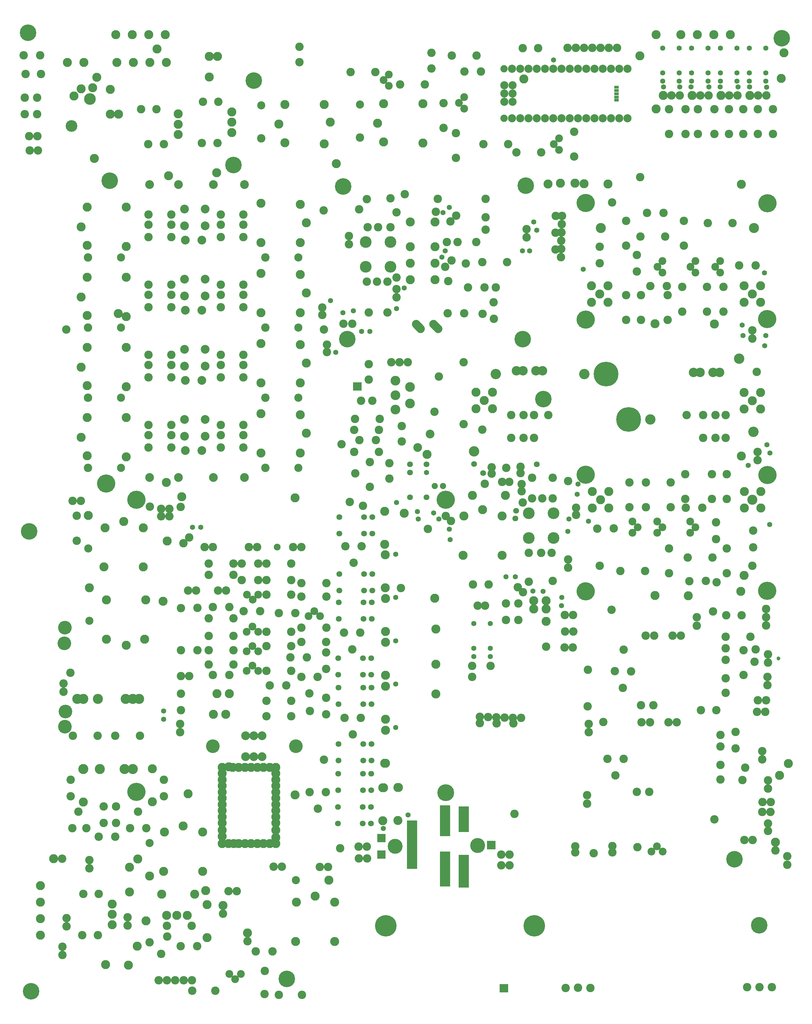
<source format=gbr>
%FSLAX34Y34*%
%MOMM*%
%LNSOLDERMASK_BOTTOM*%
G71*
G01*
%ADD10C,2.600*%
%ADD11C,2.400*%
%ADD12C,2.800*%
%ADD13C,2.600*%
%ADD14C,5.100*%
%ADD15C,1.600*%
%ADD16C,3.100*%
%ADD17C,7.600*%
%ADD18C,3.200*%
%ADD19C,2.900*%
%ADD20C,2.600*%
%ADD21C,2.600*%
%ADD22C,2.400*%
%ADD23C,2.600*%
%ADD24C,3.600*%
%ADD25C,2.800*%
%ADD26C,3.000*%
%ADD27C,1.800*%
%ADD28C,1.600*%
%ADD29C,2.700*%
%ADD30C,2.700*%
%ADD31C,2.500*%
%ADD32C,2.800*%
%ADD33C,4.200*%
%ADD34C,2.700*%
%ADD35C,2.800*%
%ADD36C,2.100*%
%ADD37C,1.600*%
%ADD38C,6.600*%
%ADD39C,4.200*%
%ADD40C,4.600*%
%ADD41C,5.600*%
%ADD42C,1.900*%
%ADD43R,1.470X0.835*%
%ADD44C,2.500*%
%ADD45C,2.250*%
%ADD46C,5.200*%
%ADD47C,1.200*%
%LPD*%
X1238195Y1903521D02*
G54D10*
D03*
X1238245Y1979771D02*
G54D10*
D03*
X1157201Y1900121D02*
G54D10*
D03*
X1157314Y1849140D02*
G54D10*
D03*
X1271501Y1874721D02*
G54D10*
D03*
X1271613Y1823740D02*
G54D10*
D03*
X1238211Y1674921D02*
G54D10*
D03*
X1238261Y1751171D02*
G54D10*
D03*
X1358932Y1931535D02*
G54D10*
D03*
X1282682Y1931585D02*
G54D10*
D03*
X1283891Y1751171D02*
G54D10*
D03*
X1283841Y1674921D02*
G54D10*
D03*
X1415994Y1903520D02*
G54D10*
D03*
X1416044Y1979770D02*
G54D10*
D03*
X1313326Y1779005D02*
G54D10*
D03*
X1410891Y1776571D02*
G54D10*
D03*
X1410841Y1700321D02*
G54D10*
D03*
X1487090Y1776571D02*
G54D10*
D03*
X1487040Y1700321D02*
G54D10*
D03*
X1537890Y1776571D02*
G54D10*
D03*
X1537840Y1700321D02*
G54D10*
D03*
X1637362Y1842616D02*
G54D10*
D03*
X1586382Y1842503D02*
G54D10*
D03*
X1565908Y1973339D02*
G54D10*
D03*
X1489658Y1973389D02*
G54D10*
D03*
X1350566Y1855946D02*
G54D11*
D03*
X1334666Y1838371D02*
G54D11*
D03*
X1350600Y1820755D02*
G54D11*
D03*
X1452166Y1855946D02*
G54D11*
D03*
X1436266Y1838371D02*
G54D11*
D03*
X1452200Y1820755D02*
G54D11*
D03*
X1528366Y1855946D02*
G54D11*
D03*
X1512466Y1838371D02*
G54D11*
D03*
X1528400Y1820755D02*
G54D11*
D03*
X1131466Y1779846D02*
G54D12*
D03*
X1182266Y1779846D02*
G54D12*
D03*
X1156866Y1754446D02*
G54D12*
D03*
X1182266Y1729046D02*
G54D12*
D03*
X1131466Y1729046D02*
G54D12*
D03*
X1601366Y1779846D02*
G54D12*
D03*
X1652166Y1779846D02*
G54D12*
D03*
X1626766Y1754446D02*
G54D12*
D03*
X1652166Y1729046D02*
G54D12*
D03*
X1601366Y1729046D02*
G54D12*
D03*
X1302892Y2004155D02*
G54D10*
D03*
X1353872Y2004268D02*
G54D10*
D03*
X1238211Y1674921D02*
G54D13*
D03*
X1283841Y1674921D02*
G54D13*
D03*
X1410841Y1700321D02*
G54D13*
D03*
X1487040Y1700321D02*
G54D13*
D03*
X1238211Y1674921D02*
G54D13*
D03*
X1113790Y2034540D02*
G54D14*
D03*
X1364126Y1779005D02*
G54D10*
D03*
X1366441Y1751171D02*
G54D10*
D03*
X1366391Y1674921D02*
G54D10*
D03*
X1195441Y2036321D02*
G54D10*
D03*
X1106666Y1830546D02*
G54D15*
D03*
X1283841Y1674921D02*
G54D13*
D03*
X1366391Y1674921D02*
G54D13*
D03*
X1410841Y1700321D02*
G54D13*
D03*
X1487040Y1700321D02*
G54D13*
D03*
X1673622Y2033746D02*
G54D14*
D03*
X1113790Y1675764D02*
G54D14*
D03*
X1672986Y1677352D02*
G54D14*
D03*
X1163816Y1957546D02*
G54D15*
D03*
X1160640Y1957546D02*
G54D16*
D03*
X1632365Y1957546D02*
G54D16*
D03*
X1246416Y1368305D02*
G54D17*
D03*
X1176566Y1508006D02*
G54D17*
D03*
X1109891Y1508005D02*
G54D18*
D03*
X1313091Y1368305D02*
G54D18*
D03*
X901016Y1518105D02*
G54D19*
D03*
X981016Y1518105D02*
G54D20*
D03*
X1446016Y1513105D02*
G54D20*
D03*
X1526016Y1513105D02*
G54D20*
D03*
X981016Y1518105D02*
G54D19*
D03*
X1446016Y1513105D02*
G54D19*
D03*
X1526016Y1513105D02*
G54D12*
D03*
X921016Y1518105D02*
G54D19*
D03*
X961016Y1518105D02*
G54D19*
D03*
X1466016Y1513106D02*
G54D19*
D03*
X1506016Y1513105D02*
G54D19*
D03*
X776591Y1401775D02*
G54D12*
D03*
X776591Y1452575D02*
G54D12*
D03*
X801991Y1427175D02*
G54D12*
D03*
X827391Y1452576D02*
G54D12*
D03*
X827391Y1401775D02*
G54D12*
D03*
X776591Y1400505D02*
G54D21*
D03*
X827391Y1400505D02*
G54D13*
D03*
X1602091Y1400505D02*
G54D12*
D03*
X1602091Y1451305D02*
G54D12*
D03*
X1627491Y1425905D02*
G54D12*
D03*
X1652891Y1451305D02*
G54D12*
D03*
X1652891Y1400505D02*
G54D12*
D03*
X1602091Y1400505D02*
G54D21*
D03*
X1652891Y1400505D02*
G54D13*
D03*
X1475548Y1311868D02*
G54D10*
D03*
X1475548Y1381718D02*
G54D10*
D03*
X1545398Y1311868D02*
G54D10*
D03*
X1545398Y1381718D02*
G54D10*
D03*
X1513648Y1381718D02*
G54D10*
D03*
X1513648Y1311868D02*
G54D10*
D03*
X1545399Y1311868D02*
G54D13*
D03*
X1545399Y1381718D02*
G54D13*
D03*
X884998Y1311868D02*
G54D10*
D03*
X884998Y1381718D02*
G54D10*
D03*
X954848Y1311868D02*
G54D10*
D03*
X954848Y1381718D02*
G54D10*
D03*
X923098Y1381718D02*
G54D10*
D03*
X923098Y1311868D02*
G54D10*
D03*
X954849Y1311868D02*
G54D13*
D03*
X954849Y1381718D02*
G54D13*
D03*
X1526016Y1513105D02*
G54D19*
D03*
X999299Y1381718D02*
G54D21*
D03*
X1424749Y1381718D02*
G54D21*
D03*
X1640291Y1514830D02*
G54D21*
D03*
X795741Y1337030D02*
G54D21*
D03*
X776591Y1451305D02*
G54D13*
D03*
X827391Y1451306D02*
G54D13*
D03*
X1602091Y1451305D02*
G54D13*
D03*
X1652891Y1451305D02*
G54D13*
D03*
X1652891Y1400505D02*
G54D13*
D03*
X1113790Y1197927D02*
G54D14*
D03*
X1673622Y1197134D02*
G54D14*
D03*
X1113790Y839152D02*
G54D14*
D03*
X1672986Y840740D02*
G54D14*
D03*
X1627365Y1120934D02*
G54D16*
D03*
X512966Y1838006D02*
G54D22*
D03*
X512966Y1914206D02*
G54D22*
D03*
X436766Y1838006D02*
G54D22*
D03*
X512966Y1838006D02*
G54D22*
D03*
X436766Y1914206D02*
G54D22*
D03*
X436766Y1838006D02*
G54D22*
D03*
X512966Y1914206D02*
G54D22*
D03*
X436766Y1914206D02*
G54D22*
D03*
X512878Y2049229D02*
G54D10*
D03*
X512878Y1960329D02*
G54D10*
D03*
X474778Y1960329D02*
G54D10*
D03*
X443028Y1960329D02*
G54D10*
D03*
X503234Y1697439D02*
G54D10*
D03*
X439735Y1792689D02*
G54D10*
D03*
X471484Y1792689D02*
G54D10*
D03*
X503234Y1792689D02*
G54D10*
D03*
X531717Y1804978D02*
G54D10*
D03*
X439734Y2046689D02*
G54D10*
D03*
X557328Y2061929D02*
G54D10*
D03*
X719756Y1914240D02*
G54D10*
D03*
X776906Y1914240D02*
G54D10*
D03*
X805606Y1990440D02*
G54D10*
D03*
X805606Y2047590D02*
G54D10*
D03*
X744556Y1848616D02*
G54D10*
D03*
X690604Y1794734D02*
G54D10*
D03*
X744556Y1848616D02*
G54D13*
D03*
X872332Y1852668D02*
G54D10*
D03*
X796082Y1852718D02*
G54D10*
D03*
X872332Y1852668D02*
G54D13*
D03*
X751506Y1774540D02*
G54D10*
D03*
X802306Y1774540D02*
G54D10*
D03*
X802306Y1774540D02*
G54D10*
D03*
X830913Y1678434D02*
G54D10*
D03*
X830801Y1729414D02*
G54D10*
D03*
X830913Y1678434D02*
G54D10*
D03*
X805606Y1952340D02*
G54D10*
D03*
X837356Y1774540D02*
G54D10*
D03*
X686736Y1914240D02*
G54D10*
D03*
X697656Y1977740D02*
G54D10*
D03*
X573960Y1976244D02*
G54D12*
D03*
X650160Y1976244D02*
G54D12*
D03*
X573960Y1900044D02*
G54D12*
D03*
X573960Y1849244D02*
G54D12*
D03*
X573960Y1798444D02*
G54D12*
D03*
X650160Y1900044D02*
G54D12*
D03*
X650160Y1849244D02*
G54D12*
D03*
X650160Y1798444D02*
G54D12*
D03*
X650160Y1976244D02*
G54D10*
D03*
X796411Y1693441D02*
G54D10*
D03*
X740191Y1695686D02*
G54D10*
D03*
X740191Y1695686D02*
G54D10*
D03*
X689391Y1695686D02*
G54D10*
D03*
G54D23*
X659575Y1647964D02*
X645433Y1662106D01*
G54D23*
X605600Y1647964D02*
X591458Y1662106D01*
X385366Y1932940D02*
G54D21*
D03*
X385366Y1907540D02*
G54D21*
D03*
X658416Y2047240D02*
G54D21*
D03*
X436766Y1914206D02*
G54D24*
D03*
X436766Y1838006D02*
G54D24*
D03*
X512966Y1838006D02*
G54D24*
D03*
X512966Y1914206D02*
G54D24*
D03*
X939044Y1079804D02*
G54D22*
D03*
X939044Y1003604D02*
G54D22*
D03*
X1015244Y1079804D02*
G54D22*
D03*
X939044Y1079804D02*
G54D22*
D03*
X1015244Y1003604D02*
G54D22*
D03*
X1015244Y1079804D02*
G54D22*
D03*
X939044Y1003604D02*
G54D22*
D03*
X1015244Y1003604D02*
G54D22*
D03*
X939132Y868581D02*
G54D10*
D03*
X939132Y957481D02*
G54D10*
D03*
X977232Y957481D02*
G54D10*
D03*
X1008982Y957481D02*
G54D10*
D03*
X1012276Y1188621D02*
G54D10*
D03*
X948776Y1188621D02*
G54D10*
D03*
X1012275Y1125121D02*
G54D10*
D03*
X980526Y1125121D02*
G54D10*
D03*
X948776Y1125121D02*
G54D10*
D03*
X920293Y1112832D02*
G54D10*
D03*
X1012276Y871121D02*
G54D10*
D03*
X1060294Y911845D02*
G54D21*
D03*
X1060294Y937245D02*
G54D21*
D03*
X1060294Y1178545D02*
G54D21*
D03*
X1015244Y1003604D02*
G54D24*
D03*
X1015244Y1079804D02*
G54D24*
D03*
X939044Y1079804D02*
G54D24*
D03*
X939044Y1003604D02*
G54D24*
D03*
X736036Y950223D02*
G54D12*
D03*
X739210Y1070873D02*
G54D12*
D03*
X856686Y950223D02*
G54D12*
D03*
X856686Y1070873D02*
G54D12*
D03*
X796361Y1090336D02*
G54D12*
D03*
X739210Y1070873D02*
G54D25*
D03*
X765057Y1134454D02*
G54D12*
D03*
X866657Y1134454D02*
G54D12*
D03*
X953957Y810314D02*
G54D12*
D03*
X953957Y784914D02*
G54D12*
D03*
X992057Y784914D02*
G54D12*
D03*
X992057Y746814D02*
G54D12*
D03*
X906552Y802308D02*
G54D10*
D03*
X906665Y751328D02*
G54D10*
D03*
X906552Y802308D02*
G54D10*
D03*
X906664Y751327D02*
G54D10*
D03*
X868452Y802308D02*
G54D10*
D03*
X868564Y751328D02*
G54D10*
D03*
X868452Y802308D02*
G54D10*
D03*
X868564Y751327D02*
G54D10*
D03*
X992057Y810314D02*
G54D12*
D03*
X803024Y1170264D02*
G54D10*
D03*
X765057Y1134454D02*
G54D12*
D03*
X573015Y1468753D02*
G54D26*
D03*
X573015Y1417953D02*
G54D26*
D03*
X528565Y1443354D02*
G54D26*
D03*
X528565Y1398903D02*
G54D26*
D03*
X528565Y1487803D02*
G54D26*
D03*
X541265Y1544953D02*
G54D10*
D03*
X515865Y1544953D02*
G54D10*
D03*
X566665Y1544953D02*
G54D10*
D03*
X480180Y1370328D02*
G54D10*
D03*
X403930Y1370378D02*
G54D10*
D03*
X401238Y1336068D02*
G54D10*
D03*
X477488Y1336018D02*
G54D10*
D03*
X417172Y1304592D02*
G54D10*
D03*
X468152Y1304704D02*
G54D10*
D03*
X446015Y1538691D02*
G54D10*
D03*
X446015Y1490891D02*
G54D10*
D03*
X449625Y1237066D02*
G54D10*
D03*
X449575Y1160816D02*
G54D10*
D03*
X509515Y1186004D02*
G54D10*
D03*
X509515Y1233803D02*
G54D10*
D03*
X422071Y1425847D02*
G54D10*
D03*
X457171Y1425848D02*
G54D10*
D03*
X547615Y1300303D02*
G54D10*
D03*
X547615Y1348104D02*
G54D10*
D03*
X401293Y1268421D02*
G54D10*
D03*
X477543Y1268371D02*
G54D10*
D03*
X648490Y1391998D02*
G54D10*
D03*
X401238Y1336068D02*
G54D10*
D03*
X401293Y1268422D02*
G54D10*
D03*
X509515Y1186004D02*
G54D10*
D03*
X449575Y1160816D02*
G54D10*
D03*
G36*
X423965Y1483023D02*
X423965Y1457023D01*
X397965Y1457023D01*
X397965Y1483023D01*
X423965Y1483023D01*
G37*
X623815Y1230542D02*
G54D27*
D03*
X623815Y1205142D02*
G54D28*
D03*
X573015Y1230541D02*
G54D28*
D03*
X573015Y1205141D02*
G54D27*
D03*
X623815Y1128941D02*
G54D28*
D03*
X573015Y1128941D02*
G54D28*
D03*
X625847Y1261307D02*
G54D12*
D03*
X628011Y1031333D02*
G54D21*
D03*
X573015Y1230541D02*
G54D27*
D03*
X623815Y1128941D02*
G54D27*
D03*
X573015Y1128941D02*
G54D27*
D03*
X1673566Y550483D02*
G54D10*
D03*
X1673566Y575983D02*
G54D10*
D03*
X-161976Y1281854D02*
G54D10*
D03*
X-231826Y1281854D02*
G54D10*
D03*
X-161976Y1351704D02*
G54D10*
D03*
X-231826Y1351704D02*
G54D10*
D03*
X-231826Y1319954D02*
G54D10*
D03*
X-161976Y1319954D02*
G54D10*
D03*
X-118568Y1273083D02*
G54D29*
D03*
X-67586Y1273195D02*
G54D29*
D03*
X60274Y1281854D02*
G54D10*
D03*
X-9576Y1281854D02*
G54D10*
D03*
X60274Y1351704D02*
G54D10*
D03*
X-9576Y1351704D02*
G54D10*
D03*
X-9576Y1319954D02*
G54D10*
D03*
X60274Y1319954D02*
G54D10*
D03*
X-57503Y1317181D02*
G54D10*
D03*
X-57616Y1368161D02*
G54D10*
D03*
X-121003Y1317181D02*
G54D10*
D03*
X-121116Y1368161D02*
G54D10*
D03*
X60274Y1351704D02*
G54D13*
D03*
X-9576Y1351704D02*
G54D13*
D03*
X-57616Y1368162D02*
G54D30*
D03*
X-121116Y1368162D02*
G54D13*
D03*
X-161976Y1351704D02*
G54D13*
D03*
X-231826Y1351704D02*
G54D13*
D03*
X-121003Y1317181D02*
G54D29*
D03*
X-121116Y1368161D02*
G54D29*
D03*
X-57616Y1368161D02*
G54D29*
D03*
X-57503Y1317181D02*
G54D29*
D03*
X114487Y1386146D02*
G54D12*
D03*
X235137Y1382972D02*
G54D12*
D03*
X114487Y1265496D02*
G54D12*
D03*
X235137Y1265496D02*
G54D12*
D03*
X253950Y1325821D02*
G54D12*
D03*
X127994Y1219216D02*
G54D31*
D03*
X229594Y1219217D02*
G54D31*
D03*
X235137Y1382972D02*
G54D12*
D03*
X-300508Y1253408D02*
G54D12*
D03*
X-421158Y1256582D02*
G54D12*
D03*
X-300508Y1374058D02*
G54D12*
D03*
X-421158Y1374058D02*
G54D12*
D03*
X-439970Y1313733D02*
G54D12*
D03*
X-421157Y1256582D02*
G54D12*
D03*
X-421158Y1374058D02*
G54D12*
D03*
X-418106Y1219216D02*
G54D31*
D03*
X-316506Y1219217D02*
G54D31*
D03*
X127994Y1219216D02*
G54D10*
D03*
X-418106Y1219216D02*
G54D10*
D03*
X-161976Y1497754D02*
G54D10*
D03*
X-231826Y1497754D02*
G54D10*
D03*
X-161976Y1567604D02*
G54D10*
D03*
X-231826Y1567604D02*
G54D10*
D03*
X-231826Y1535854D02*
G54D10*
D03*
X-161976Y1535854D02*
G54D10*
D03*
X-118568Y1488983D02*
G54D29*
D03*
X-67586Y1489095D02*
G54D29*
D03*
X60274Y1497754D02*
G54D10*
D03*
X-9576Y1497754D02*
G54D10*
D03*
X60274Y1567604D02*
G54D10*
D03*
X-9576Y1567604D02*
G54D10*
D03*
X-9576Y1535854D02*
G54D10*
D03*
X60274Y1535854D02*
G54D10*
D03*
X-57503Y1533081D02*
G54D10*
D03*
X-57616Y1584062D02*
G54D10*
D03*
X-121003Y1533081D02*
G54D10*
D03*
X-121116Y1584061D02*
G54D10*
D03*
X60274Y1567604D02*
G54D13*
D03*
X-9576Y1567604D02*
G54D13*
D03*
X-57616Y1584062D02*
G54D30*
D03*
X-121116Y1584062D02*
G54D13*
D03*
X-161976Y1567604D02*
G54D13*
D03*
X-231826Y1567604D02*
G54D13*
D03*
X-121003Y1533081D02*
G54D29*
D03*
X-121116Y1584061D02*
G54D29*
D03*
X-57616Y1584062D02*
G54D29*
D03*
X-57503Y1533081D02*
G54D29*
D03*
X114487Y1602046D02*
G54D12*
D03*
X235137Y1598872D02*
G54D12*
D03*
X114487Y1481396D02*
G54D12*
D03*
X235137Y1481396D02*
G54D12*
D03*
X253950Y1541721D02*
G54D12*
D03*
X127994Y1435116D02*
G54D31*
D03*
X229594Y1435117D02*
G54D31*
D03*
X235137Y1598872D02*
G54D12*
D03*
X-300508Y1469308D02*
G54D12*
D03*
X-421158Y1472482D02*
G54D12*
D03*
X-300508Y1589958D02*
G54D12*
D03*
X-421158Y1589958D02*
G54D12*
D03*
X-439970Y1529633D02*
G54D12*
D03*
X-421157Y1472481D02*
G54D12*
D03*
X-421158Y1589958D02*
G54D12*
D03*
X-418106Y1435116D02*
G54D31*
D03*
X-316506Y1435117D02*
G54D31*
D03*
X127994Y1435116D02*
G54D10*
D03*
X-418106Y1435116D02*
G54D10*
D03*
X-161976Y1713654D02*
G54D10*
D03*
X-231826Y1713654D02*
G54D10*
D03*
X-161976Y1783504D02*
G54D10*
D03*
X-231826Y1783504D02*
G54D10*
D03*
X-231826Y1751754D02*
G54D10*
D03*
X-161976Y1751754D02*
G54D10*
D03*
X-118568Y1704883D02*
G54D29*
D03*
X-67586Y1704995D02*
G54D29*
D03*
X60274Y1713654D02*
G54D10*
D03*
X-9576Y1713654D02*
G54D10*
D03*
X60274Y1783504D02*
G54D10*
D03*
X-9576Y1783504D02*
G54D10*
D03*
X-9576Y1751754D02*
G54D10*
D03*
X60274Y1751754D02*
G54D10*
D03*
X-57503Y1748981D02*
G54D10*
D03*
X-57616Y1799962D02*
G54D10*
D03*
X-121003Y1748981D02*
G54D10*
D03*
X-121116Y1799962D02*
G54D10*
D03*
X60274Y1783504D02*
G54D13*
D03*
X-9576Y1783504D02*
G54D13*
D03*
X-57616Y1799962D02*
G54D30*
D03*
X-121116Y1799962D02*
G54D13*
D03*
X-161976Y1783504D02*
G54D13*
D03*
X-231826Y1783504D02*
G54D13*
D03*
X-121003Y1748981D02*
G54D29*
D03*
X-121116Y1799962D02*
G54D29*
D03*
X-57616Y1799962D02*
G54D29*
D03*
X-57503Y1748981D02*
G54D29*
D03*
X114487Y1817946D02*
G54D12*
D03*
X235137Y1814772D02*
G54D12*
D03*
X114487Y1697296D02*
G54D12*
D03*
X235137Y1697296D02*
G54D12*
D03*
X253950Y1757621D02*
G54D12*
D03*
X127994Y1651016D02*
G54D31*
D03*
X229594Y1651016D02*
G54D31*
D03*
X235137Y1814772D02*
G54D12*
D03*
X-300508Y1685208D02*
G54D12*
D03*
X-421158Y1688382D02*
G54D12*
D03*
X-300508Y1805858D02*
G54D12*
D03*
X-421158Y1805858D02*
G54D12*
D03*
X-439970Y1745533D02*
G54D12*
D03*
X-421157Y1688382D02*
G54D12*
D03*
X-421158Y1805858D02*
G54D12*
D03*
X-418106Y1651016D02*
G54D31*
D03*
X-316506Y1651016D02*
G54D31*
D03*
X127994Y1651016D02*
G54D10*
D03*
X-418106Y1651016D02*
G54D10*
D03*
X-161976Y1929554D02*
G54D10*
D03*
X-231826Y1929554D02*
G54D10*
D03*
X-161976Y1999404D02*
G54D10*
D03*
X-231826Y1999404D02*
G54D10*
D03*
X-231826Y1967654D02*
G54D10*
D03*
X-161976Y1967654D02*
G54D10*
D03*
X-118568Y1920783D02*
G54D29*
D03*
X-67586Y1920895D02*
G54D29*
D03*
X60274Y1929554D02*
G54D10*
D03*
X-9576Y1929554D02*
G54D10*
D03*
X60274Y1999404D02*
G54D10*
D03*
X-9576Y1999404D02*
G54D10*
D03*
X-9576Y1967654D02*
G54D10*
D03*
X60274Y1967654D02*
G54D10*
D03*
X-57503Y1964881D02*
G54D10*
D03*
X-57616Y2015862D02*
G54D10*
D03*
X-121003Y1964881D02*
G54D10*
D03*
X-121116Y2015861D02*
G54D10*
D03*
X60274Y1999404D02*
G54D13*
D03*
X-9576Y1999404D02*
G54D13*
D03*
X-57616Y2015862D02*
G54D30*
D03*
X-121116Y2015862D02*
G54D13*
D03*
X-161976Y1999404D02*
G54D13*
D03*
X-231826Y1999404D02*
G54D13*
D03*
X-121003Y1964881D02*
G54D29*
D03*
X-121116Y2015861D02*
G54D29*
D03*
X-57616Y2015861D02*
G54D29*
D03*
X-57503Y1964881D02*
G54D29*
D03*
X114487Y2033846D02*
G54D12*
D03*
X235137Y2030672D02*
G54D12*
D03*
X114487Y1913196D02*
G54D12*
D03*
X235137Y1913196D02*
G54D12*
D03*
X253950Y1973521D02*
G54D12*
D03*
X127994Y1866916D02*
G54D31*
D03*
X229594Y1866916D02*
G54D31*
D03*
X235137Y2030672D02*
G54D12*
D03*
X-300508Y1901108D02*
G54D12*
D03*
X-421158Y1904282D02*
G54D12*
D03*
X-300508Y2021758D02*
G54D12*
D03*
X-421158Y2021758D02*
G54D12*
D03*
X-439970Y1961433D02*
G54D12*
D03*
X-421157Y1904282D02*
G54D12*
D03*
X-421158Y2021758D02*
G54D12*
D03*
X-418106Y1866916D02*
G54D31*
D03*
X-316506Y1866916D02*
G54D31*
D03*
X127994Y1866916D02*
G54D10*
D03*
X-418106Y1866916D02*
G54D10*
D03*
X63148Y1190181D02*
G54D29*
D03*
X63148Y1190181D02*
G54D29*
D03*
X-32102Y1190181D02*
G54D29*
D03*
X-32102Y1190181D02*
G54D29*
D03*
X-140052Y1190181D02*
G54D29*
D03*
X-140052Y1190181D02*
G54D29*
D03*
X-228952Y1190181D02*
G54D29*
D03*
X-228952Y1190181D02*
G54D29*
D03*
X63148Y2091881D02*
G54D29*
D03*
X63148Y2091881D02*
G54D29*
D03*
X-32102Y2091881D02*
G54D29*
D03*
X-32102Y2091881D02*
G54D29*
D03*
X-140052Y2091881D02*
G54D29*
D03*
X-140052Y2091881D02*
G54D29*
D03*
X-228952Y2091881D02*
G54D29*
D03*
X-228952Y2091881D02*
G54D29*
D03*
X-485588Y1645351D02*
G54D21*
D03*
X308162Y1645351D02*
G54D21*
D03*
X920114Y1615440D02*
G54D14*
D03*
X929640Y2088514D02*
G54D14*
D03*
X929639Y2088515D02*
G54D14*
D03*
X380364Y1615440D02*
G54D14*
D03*
X367664Y2085340D02*
G54D14*
D03*
X-240689Y812665D02*
G54D12*
D03*
X-243863Y692015D02*
G54D12*
D03*
X-361338Y812665D02*
G54D12*
D03*
X-361338Y692015D02*
G54D12*
D03*
X-301014Y673202D02*
G54D12*
D03*
X-368888Y914534D02*
G54D12*
D03*
X-365714Y1035184D02*
G54D12*
D03*
X-248238Y914534D02*
G54D12*
D03*
X-248239Y1035184D02*
G54D12*
D03*
X-308564Y1054472D02*
G54D12*
D03*
X-413968Y849958D02*
G54D31*
D03*
X-413968Y748358D02*
G54D31*
D03*
X-413968Y849958D02*
G54D10*
D03*
X-413968Y849958D02*
G54D12*
D03*
X-417766Y1073154D02*
G54D31*
D03*
X-417766Y971553D02*
G54D31*
D03*
X-417766Y1073154D02*
G54D10*
D03*
X-417766Y1073154D02*
G54D12*
D03*
X-243863Y692015D02*
G54D12*
D03*
X-248239Y1035184D02*
G54D12*
D03*
X-365714Y1035184D02*
G54D12*
D03*
X-248239Y1035184D02*
G54D12*
D03*
X-269478Y1120934D02*
G54D14*
D03*
X683022Y1120934D02*
G54D14*
D03*
X-269478Y222409D02*
G54D14*
D03*
X683022Y219234D02*
G54D14*
D03*
X767077Y860614D02*
G54D10*
D03*
X814877Y860614D02*
G54D10*
D03*
X767077Y860615D02*
G54D10*
D03*
X1675673Y645024D02*
G54D21*
D03*
X1675674Y619624D02*
G54D21*
D03*
X1675673Y257674D02*
G54D21*
D03*
X1675674Y232274D02*
G54D21*
D03*
X1644489Y503774D02*
G54D21*
D03*
X1669889Y503774D02*
G54D21*
D03*
X649055Y818433D02*
G54D32*
D03*
X652230Y723183D02*
G54D32*
D03*
X652230Y615233D02*
G54D32*
D03*
X652230Y523158D02*
G54D32*
D03*
X221660Y362695D02*
G54D33*
D03*
X-34040Y362595D02*
G54D33*
D03*
X66686Y394520D02*
G54D34*
D03*
X92060Y394395D02*
G54D34*
D03*
X117504Y394420D02*
G54D34*
D03*
X314766Y460779D02*
G54D10*
D03*
X314591Y511771D02*
G54D10*
D03*
X16836Y524645D02*
G54D35*
D03*
X-32564Y460545D02*
G54D35*
D03*
X5436Y460545D02*
G54D35*
D03*
X-21264Y524645D02*
G54D35*
D03*
X-132440Y473795D02*
G54D10*
D03*
X-132564Y524712D02*
G54D10*
D03*
X131086Y502370D02*
G54D10*
D03*
X207336Y502320D02*
G54D10*
D03*
X-135014Y405670D02*
G54D10*
D03*
X-135014Y431170D02*
G54D10*
D03*
X131086Y454745D02*
G54D10*
D03*
X207335Y454695D02*
G54D10*
D03*
X105686Y873845D02*
G54D10*
D03*
X54769Y873720D02*
G54D10*
D03*
X70760Y829395D02*
G54D11*
D03*
X88336Y813495D02*
G54D11*
D03*
X105952Y829430D02*
G54D11*
D03*
X77110Y975445D02*
G54D10*
D03*
X102536Y975495D02*
G54D10*
D03*
X131086Y829395D02*
G54D10*
D03*
X207260Y829395D02*
G54D10*
D03*
X-46714Y889720D02*
G54D10*
D03*
X29536Y889670D02*
G54D10*
D03*
X112036Y778595D02*
G54D10*
D03*
X61119Y778470D02*
G54D10*
D03*
X105686Y715095D02*
G54D11*
D03*
X88086Y730995D02*
G54D11*
D03*
X70494Y715060D02*
G54D11*
D03*
X106060Y654695D02*
G54D11*
D03*
X88086Y670670D02*
G54D11*
D03*
X70494Y654735D02*
G54D11*
D03*
X131086Y715095D02*
G54D10*
D03*
X207260Y715095D02*
G54D10*
D03*
X105685Y594395D02*
G54D11*
D03*
X88086Y610345D02*
G54D11*
D03*
X70494Y594410D02*
G54D11*
D03*
X-46714Y657945D02*
G54D10*
D03*
X29536Y657895D02*
G54D10*
D03*
X-46506Y613766D02*
G54D10*
D03*
X29744Y613716D02*
G54D10*
D03*
X131086Y594445D02*
G54D10*
D03*
X207360Y594395D02*
G54D10*
D03*
X192406Y549655D02*
G54D10*
D03*
X141490Y549530D02*
G54D10*
D03*
X131086Y670645D02*
G54D10*
D03*
X207336Y670595D02*
G54D10*
D03*
X288361Y575795D02*
G54D21*
D03*
X263377Y524863D02*
G54D21*
D03*
X238478Y575910D02*
G54D21*
D03*
X296186Y762720D02*
G54D11*
D03*
X278385Y778520D02*
G54D11*
D03*
X260995Y762685D02*
G54D11*
D03*
X-59414Y975445D02*
G54D10*
D03*
X-33840Y975395D02*
G54D10*
D03*
X239036Y864320D02*
G54D10*
D03*
X315286Y864270D02*
G54D10*
D03*
X239036Y823045D02*
G54D10*
D03*
X315286Y822995D02*
G54D10*
D03*
X219986Y772245D02*
G54D10*
D03*
X169069Y772120D02*
G54D10*
D03*
X239036Y727795D02*
G54D10*
D03*
X315286Y727745D02*
G54D10*
D03*
X315186Y600770D02*
G54D10*
D03*
X315073Y651750D02*
G54D10*
D03*
X315235Y683345D02*
G54D10*
D03*
X238960Y683395D02*
G54D10*
D03*
X-110164Y842120D02*
G54D10*
D03*
X-85302Y841808D02*
G54D10*
D03*
X-81640Y657945D02*
G54D10*
D03*
X-132614Y657795D02*
G54D10*
D03*
X-46714Y702395D02*
G54D10*
D03*
X29536Y702345D02*
G54D10*
D03*
X16786Y581745D02*
G54D10*
D03*
X-34190Y581595D02*
G54D10*
D03*
X-106614Y578595D02*
G54D10*
D03*
X-131914Y578895D02*
G54D10*
D03*
X-81640Y788120D02*
G54D10*
D03*
X-132614Y788020D02*
G54D10*
D03*
X239036Y975445D02*
G54D10*
D03*
X213560Y975445D02*
G54D10*
D03*
X-46714Y756370D02*
G54D10*
D03*
X29536Y756320D02*
G54D10*
D03*
X16760Y791320D02*
G54D10*
D03*
X-34140Y791120D02*
G54D10*
D03*
X-18140Y842095D02*
G54D10*
D03*
X6760Y841795D02*
G54D10*
D03*
X131086Y873845D02*
G54D10*
D03*
X207260Y873845D02*
G54D10*
D03*
X131086Y924645D02*
G54D10*
D03*
X207260Y924695D02*
G54D10*
D03*
X-46740Y924695D02*
G54D10*
D03*
X29461Y924695D02*
G54D10*
D03*
X105686Y924645D02*
G54D10*
D03*
X54769Y924520D02*
G54D10*
D03*
X164310Y975445D02*
G54D36*
D03*
X204386Y636030D02*
G54D10*
D03*
X255366Y636142D02*
G54D10*
D03*
X264485Y470570D02*
G54D10*
D03*
X117560Y330095D02*
G54D34*
D03*
X92260Y330295D02*
G54D34*
D03*
X66773Y330226D02*
G54D34*
D03*
X454810Y318784D02*
G54D28*
D03*
X429410Y318784D02*
G54D28*
D03*
X454810Y369584D02*
G54D28*
D03*
X429410Y369584D02*
G54D28*
D03*
X353210Y318784D02*
G54D27*
D03*
X353210Y369584D02*
G54D28*
D03*
X497419Y309900D02*
G54D12*
D03*
X497419Y411500D02*
G54D12*
D03*
X495435Y309900D02*
G54D12*
D03*
X454810Y492218D02*
G54D28*
D03*
X429410Y492219D02*
G54D28*
D03*
X454810Y543018D02*
G54D28*
D03*
X429410Y543018D02*
G54D28*
D03*
X353210Y492218D02*
G54D28*
D03*
X353210Y543018D02*
G54D28*
D03*
X421710Y449589D02*
G54D21*
D03*
X396727Y398656D02*
G54D21*
D03*
X371828Y449703D02*
G54D21*
D03*
X457192Y841469D02*
G54D28*
D03*
X431792Y841468D02*
G54D28*
D03*
X457192Y892268D02*
G54D28*
D03*
X431792Y892268D02*
G54D28*
D03*
X355592Y841468D02*
G54D28*
D03*
X355592Y892268D02*
G54D28*
D03*
X457192Y1016887D02*
G54D28*
D03*
X431792Y1016887D02*
G54D28*
D03*
X457192Y1067688D02*
G54D28*
D03*
X431792Y1067687D02*
G54D28*
D03*
X355592Y1016888D02*
G54D28*
D03*
X355592Y1067687D02*
G54D28*
D03*
X424092Y978226D02*
G54D21*
D03*
X399108Y927294D02*
G54D21*
D03*
X374209Y978340D02*
G54D21*
D03*
X420123Y711923D02*
G54D21*
D03*
X395140Y660991D02*
G54D21*
D03*
X370240Y712038D02*
G54D21*
D03*
X455604Y754950D02*
G54D28*
D03*
X430204Y754950D02*
G54D28*
D03*
X455604Y805750D02*
G54D28*
D03*
X430204Y805750D02*
G54D28*
D03*
X354004Y754950D02*
G54D28*
D03*
X354004Y805750D02*
G54D28*
D03*
X454017Y582706D02*
G54D28*
D03*
X428617Y582706D02*
G54D28*
D03*
X454017Y633506D02*
G54D28*
D03*
X428617Y633506D02*
G54D28*
D03*
X352417Y582706D02*
G54D28*
D03*
X352417Y633506D02*
G54D28*
D03*
X497419Y445235D02*
G54D12*
D03*
X497419Y546835D02*
G54D12*
D03*
X497419Y445235D02*
G54D12*
D03*
X497816Y581363D02*
G54D12*
D03*
X497816Y682963D02*
G54D12*
D03*
X497816Y581363D02*
G54D12*
D03*
X497816Y715904D02*
G54D12*
D03*
X497816Y817504D02*
G54D12*
D03*
X497816Y715904D02*
G54D12*
D03*
X496626Y850444D02*
G54D12*
D03*
X496626Y952044D02*
G54D12*
D03*
X496626Y850444D02*
G54D12*
D03*
X495038Y983794D02*
G54D12*
D03*
X495038Y1085394D02*
G54D12*
D03*
X495038Y983794D02*
G54D12*
D03*
X545311Y849238D02*
G54D21*
D03*
X307980Y321394D02*
G54D21*
D03*
X353210Y369584D02*
G54D27*
D03*
X429410Y318784D02*
G54D27*
D03*
X454810Y318784D02*
G54D27*
D03*
X429410Y369584D02*
G54D27*
D03*
X454810Y369584D02*
G54D27*
D03*
X353210Y492218D02*
G54D27*
D03*
X353210Y543018D02*
G54D27*
D03*
X429410Y492219D02*
G54D27*
D03*
X454810Y492218D02*
G54D27*
D03*
X454810Y543018D02*
G54D27*
D03*
X429410Y543018D02*
G54D27*
D03*
X428617Y582706D02*
G54D27*
D03*
X454017Y582706D02*
G54D27*
D03*
X454017Y633506D02*
G54D27*
D03*
X428617Y633506D02*
G54D27*
D03*
X352417Y582706D02*
G54D27*
D03*
X352417Y633506D02*
G54D27*
D03*
X354004Y754950D02*
G54D27*
D03*
X430204Y754950D02*
G54D27*
D03*
X354004Y805750D02*
G54D27*
D03*
X430204Y805750D02*
G54D27*
D03*
X455604Y805750D02*
G54D27*
D03*
X455604Y754950D02*
G54D27*
D03*
X355592Y841468D02*
G54D27*
D03*
X355592Y892268D02*
G54D27*
D03*
X431792Y841468D02*
G54D27*
D03*
X457192Y841469D02*
G54D27*
D03*
X457192Y892268D02*
G54D27*
D03*
X431792Y892268D02*
G54D27*
D03*
X355592Y1016888D02*
G54D27*
D03*
X355592Y1067687D02*
G54D27*
D03*
X431792Y1016887D02*
G54D27*
D03*
X457192Y1016887D02*
G54D27*
D03*
X457192Y1067688D02*
G54D27*
D03*
X431792Y1067687D02*
G54D27*
D03*
X420123Y711923D02*
G54D21*
D03*
X424092Y978226D02*
G54D21*
D03*
X452826Y125111D02*
G54D28*
D03*
X427426Y125111D02*
G54D28*
D03*
X452826Y175911D02*
G54D28*
D03*
X427426Y175911D02*
G54D28*
D03*
X351226Y125111D02*
G54D27*
D03*
X351226Y175911D02*
G54D28*
D03*
X351226Y175911D02*
G54D27*
D03*
X427426Y125111D02*
G54D27*
D03*
X452826Y125111D02*
G54D27*
D03*
X427426Y175911D02*
G54D27*
D03*
X452826Y175911D02*
G54D27*
D03*
X314157Y220989D02*
G54D21*
D03*
X289174Y170056D02*
G54D21*
D03*
X264275Y221103D02*
G54D21*
D03*
X489574Y234600D02*
G54D12*
D03*
X489574Y133001D02*
G54D12*
D03*
X491558Y234601D02*
G54D12*
D03*
X535612Y235791D02*
G54D12*
D03*
X535612Y134191D02*
G54D12*
D03*
X537596Y235791D02*
G54D12*
D03*
X453620Y227505D02*
G54D28*
D03*
X428220Y227505D02*
G54D28*
D03*
X453620Y278305D02*
G54D28*
D03*
X428220Y278305D02*
G54D28*
D03*
X352020Y227504D02*
G54D27*
D03*
X352019Y278305D02*
G54D28*
D03*
X352019Y278305D02*
G54D27*
D03*
X428220Y227505D02*
G54D27*
D03*
X453620Y227505D02*
G54D27*
D03*
X428220Y278305D02*
G54D27*
D03*
X453620Y278305D02*
G54D27*
D03*
X219120Y1127427D02*
G54D32*
D03*
X219120Y213027D02*
G54D32*
D03*
X26755Y297733D02*
G54D12*
D03*
X160105Y164383D02*
G54D12*
D03*
X160105Y183433D02*
G54D12*
D03*
X160105Y202483D02*
G54D12*
D03*
X160105Y221533D02*
G54D12*
D03*
X160105Y240583D02*
G54D12*
D03*
X160105Y259633D02*
G54D12*
D03*
X160105Y278683D02*
G54D12*
D03*
X160105Y297733D02*
G54D12*
D03*
X160105Y145333D02*
G54D12*
D03*
X160105Y126283D02*
G54D12*
D03*
X160105Y126283D02*
G54D12*
D03*
X64855Y297733D02*
G54D12*
D03*
X83905Y297733D02*
G54D12*
D03*
X102955Y297733D02*
G54D12*
D03*
X122005Y297733D02*
G54D12*
D03*
X141055Y297733D02*
G54D12*
D03*
X45805Y297733D02*
G54D12*
D03*
X26755Y297733D02*
G54D12*
D03*
X160105Y297733D02*
G54D12*
D03*
X-174580Y994077D02*
G54D12*
D03*
X555036Y1079634D02*
G54D12*
D03*
X446084Y1697439D02*
G54D10*
D03*
X1076064Y715385D02*
G54D10*
D03*
X1050489Y715436D02*
G54D10*
D03*
X1075435Y766232D02*
G54D10*
D03*
X1049860Y766282D02*
G54D10*
D03*
X1669324Y784724D02*
G54D21*
D03*
X1669324Y759324D02*
G54D21*
D03*
X1669324Y733924D02*
G54D21*
D03*
X1675674Y102099D02*
G54D21*
D03*
X998168Y2092855D02*
G54D12*
D03*
X1593532Y2092686D02*
G54D12*
D03*
X1593532Y1256073D02*
G54D12*
D03*
X1182318Y2092855D02*
G54D12*
D03*
X1080718Y2096030D02*
G54D12*
D03*
X895082Y154398D02*
G54D10*
D03*
X1036268Y2096030D02*
G54D12*
D03*
X328243Y1734080D02*
G54D37*
D03*
X1506318Y777257D02*
G54D10*
D03*
X1594396Y765986D02*
G54D10*
D03*
X1546596Y765986D02*
G54D10*
D03*
X1675673Y124324D02*
G54D21*
D03*
X-452834Y1071721D02*
G54D10*
D03*
X-452884Y995471D02*
G54D10*
D03*
X-452884Y995471D02*
G54D13*
D03*
X-452884Y995471D02*
G54D13*
D03*
X-465769Y1118150D02*
G54D10*
D03*
X-440294Y1118150D02*
G54D10*
D03*
X395402Y1663466D02*
G54D10*
D03*
X368415Y1663466D02*
G54D10*
D03*
X531928Y1769829D02*
G54D10*
D03*
X531928Y1744429D02*
G54D10*
D03*
X531928Y1709504D02*
G54D15*
D03*
X366828Y1696804D02*
G54D15*
D03*
X931977Y1928580D02*
G54D10*
D03*
X931977Y1953979D02*
G54D10*
D03*
X954266Y1976596D02*
G54D15*
D03*
X1627302Y1642829D02*
G54D10*
D03*
X1627302Y1617429D02*
G54D10*
D03*
X1595616Y1659096D02*
G54D15*
D03*
X1643178Y1268179D02*
G54D10*
D03*
X1643178Y1242779D02*
G54D10*
D03*
X1671816Y1290796D02*
G54D15*
D03*
X1084378Y1096729D02*
G54D10*
D03*
X1084378Y1074504D02*
G54D10*
D03*
X1087616Y1138396D02*
G54D15*
D03*
X1062216Y1062196D02*
G54D15*
D03*
X698977Y1055922D02*
G54D10*
D03*
X683261Y1071638D02*
G54D10*
D03*
X693916Y1030446D02*
G54D15*
D03*
X662166Y1062196D02*
G54D15*
D03*
X920785Y836459D02*
G54D10*
D03*
X905070Y852174D02*
G54D10*
D03*
X897116Y884396D02*
G54D15*
D03*
X951090Y839946D02*
G54D15*
D03*
X398578Y1703154D02*
G54D15*
D03*
X963728Y1950804D02*
G54D15*
D03*
X919278Y1887304D02*
G54D15*
D03*
X941566Y1887696D02*
G54D15*
D03*
X1598728Y1626954D02*
G54D15*
D03*
X1668578Y1626954D02*
G54D15*
D03*
X1665466Y1595596D02*
G54D15*
D03*
X1681278Y1265004D02*
G54D15*
D03*
X1614666Y1227296D02*
G54D15*
D03*
X423978Y1639654D02*
G54D15*
D03*
X449378Y1639654D02*
G54D15*
D03*
X1090728Y1169754D02*
G54D15*
D03*
X1058978Y1023704D02*
G54D15*
D03*
X868478Y884004D02*
G54D15*
D03*
X982778Y839554D02*
G54D15*
D03*
X646228Y1080854D02*
G54D15*
D03*
X697028Y998304D02*
G54D15*
D03*
X598666Y1062196D02*
G54D15*
D03*
X595647Y1085017D02*
G54D15*
D03*
X1039928Y795104D02*
G54D15*
D03*
X1039990Y820896D02*
G54D15*
D03*
X-302550Y507838D02*
G54D16*
D03*
X-388275Y507838D02*
G54D16*
D03*
X-305725Y291938D02*
G54D16*
D03*
X-381925Y291938D02*
G54D16*
D03*
X-280325Y507838D02*
G54D16*
D03*
X-432725Y507838D02*
G54D16*
D03*
X-280325Y291938D02*
G54D16*
D03*
X-432725Y291938D02*
G54D16*
D03*
X-334447Y395135D02*
G54D10*
D03*
X-258197Y395086D02*
G54D10*
D03*
X-464622Y395135D02*
G54D10*
D03*
X-388372Y395086D02*
G54D10*
D03*
X-220621Y292772D02*
G54D12*
D03*
X-220621Y191172D02*
G54D12*
D03*
X-432725Y291938D02*
G54D12*
D03*
X-432725Y190338D02*
G54D12*
D03*
X-184715Y259721D02*
G54D10*
D03*
X-184603Y208740D02*
G54D10*
D03*
X-472052Y259721D02*
G54D10*
D03*
X-471940Y208740D02*
G54D10*
D03*
X-448335Y161495D02*
G54D21*
D03*
X-423436Y110448D02*
G54D21*
D03*
X-289169Y110563D02*
G54D21*
D03*
X-264185Y161495D02*
G54D21*
D03*
X-239286Y110448D02*
G54D21*
D03*
X-332352Y177170D02*
G54D10*
D03*
X-332240Y126190D02*
G54D10*
D03*
X-370452Y177170D02*
G54D10*
D03*
X-370340Y126190D02*
G54D10*
D03*
X-334397Y83935D02*
G54D10*
D03*
X-385197Y83935D02*
G54D10*
D03*
X-451775Y507838D02*
G54D16*
D03*
X-261275Y507838D02*
G54D16*
D03*
X-466969Y110563D02*
G54D21*
D03*
X-135014Y431170D02*
G54D10*
D03*
X-493789Y530289D02*
G54D10*
D03*
X-493790Y555789D02*
G54D10*
D03*
X-187278Y809108D02*
G54D12*
D03*
X498520Y-190198D02*
G54D12*
D03*
X955720Y-190198D02*
G54D38*
D03*
X308794Y2217234D02*
G54D12*
D03*
X188144Y2220407D02*
G54D12*
D03*
X308794Y2337884D02*
G54D12*
D03*
X188144Y2337884D02*
G54D12*
D03*
X169332Y2277558D02*
G54D12*
D03*
X188144Y2220407D02*
G54D12*
D03*
X114716Y2234166D02*
G54D31*
D03*
X114716Y2335765D02*
G54D31*
D03*
X114716Y2234165D02*
G54D10*
D03*
X188144Y2220407D02*
G54D12*
D03*
X612820Y2219627D02*
G54D12*
D03*
X492170Y2222801D02*
G54D12*
D03*
X612820Y2340277D02*
G54D12*
D03*
X492170Y2340277D02*
G54D12*
D03*
X473358Y2279952D02*
G54D12*
D03*
X492170Y2222800D02*
G54D12*
D03*
X418742Y2236559D02*
G54D31*
D03*
X418742Y2338159D02*
G54D31*
D03*
X418742Y2236559D02*
G54D10*
D03*
X492170Y2222801D02*
G54D12*
D03*
X-398832Y2172230D02*
G54D12*
D03*
X-469484Y2272265D02*
G54D24*
D03*
X29542Y2151462D02*
G54D14*
D03*
X-351458Y2103043D02*
G54D14*
D03*
X-362570Y1171180D02*
G54D14*
D03*
X-177171Y1174224D02*
G54D12*
D03*
X-170647Y2118219D02*
G54D12*
D03*
X-21849Y2128125D02*
G54D12*
D03*
X-176582Y-158220D02*
G54D12*
D03*
X-144832Y-158220D02*
G54D12*
D03*
X-113082Y-158220D02*
G54D12*
D03*
X-175646Y-190520D02*
G54D10*
D03*
X-99396Y-190570D02*
G54D10*
D03*
X-89734Y-93093D02*
G54D12*
D03*
X-191334Y-93093D02*
G54D12*
D03*
X-51634Y-226443D02*
G54D12*
D03*
X-51634Y-124843D02*
G54D12*
D03*
X-82193Y-252614D02*
G54D10*
D03*
X-133174Y-252727D02*
G54D10*
D03*
X-228442Y-241326D02*
G54D21*
D03*
X-174761Y-222978D02*
G54D21*
D03*
X-193250Y-276679D02*
G54D21*
D03*
X-55932Y-82020D02*
G54D12*
D03*
X-133174Y-252727D02*
G54D21*
D03*
X-185897Y-22554D02*
G54D12*
D03*
X-182723Y98096D02*
G54D12*
D03*
X-65247Y-22553D02*
G54D12*
D03*
X-65247Y98096D02*
G54D12*
D03*
X-125572Y116909D02*
G54D12*
D03*
X-182724Y98096D02*
G54D12*
D03*
X-65247Y98096D02*
G54D12*
D03*
X-229084Y-37134D02*
G54D31*
D03*
X-229084Y64465D02*
G54D31*
D03*
X1128794Y-381417D02*
G54D10*
D03*
X1052494Y-381418D02*
G54D10*
D03*
X1090694Y-380623D02*
G54D10*
D03*
X498520Y-190198D02*
G54D38*
D03*
X1687594Y-378638D02*
G54D10*
D03*
X1611294Y-378639D02*
G54D10*
D03*
X1649494Y-378638D02*
G54D10*
D03*
X738115Y1354453D02*
G54D10*
D03*
X681552Y1838110D02*
G54D10*
D03*
X701170Y1857728D02*
G54D10*
D03*
X738115Y1544953D02*
G54D10*
D03*
X661915Y1500503D02*
G54D10*
D03*
X361950Y1292225D02*
G54D10*
D03*
X387350Y1114425D02*
G54D10*
D03*
X-185622Y445854D02*
G54D15*
D03*
X-185622Y471254D02*
G54D15*
D03*
X-124898Y987210D02*
G54D10*
D03*
X-106867Y1005242D02*
G54D10*
D03*
X-96722Y1036404D02*
G54D15*
D03*
X-71322Y1036404D02*
G54D15*
D03*
X220503Y-238454D02*
G54D12*
D03*
X223677Y-117804D02*
G54D12*
D03*
X341153Y-238453D02*
G54D12*
D03*
X341153Y-117804D02*
G54D12*
D03*
X280828Y-98991D02*
G54D12*
D03*
X223676Y-117804D02*
G54D12*
D03*
X341153Y-117804D02*
G54D12*
D03*
X323043Y-50115D02*
G54D31*
D03*
X221443Y-50115D02*
G54D31*
D03*
X-296755Y-163999D02*
G54D10*
D03*
X-296755Y-189499D02*
G54D10*
D03*
X-489328Y727230D02*
G54D39*
D03*
X781447Y57309D02*
G54D40*
D03*
G36*
X753865Y154760D02*
X753865Y98760D01*
X722865Y98760D01*
X722865Y154760D01*
X753865Y154760D01*
G37*
G36*
X753865Y9109D02*
X753865Y-46891D01*
X722865Y-46891D01*
X722865Y9109D01*
X753865Y9109D01*
G37*
G36*
X696715Y141669D02*
X696715Y85669D01*
X665715Y85669D01*
X665715Y141669D01*
X696715Y141669D01*
G37*
G36*
X696715Y38477D02*
X696715Y-17523D01*
X665715Y-17523D01*
X665715Y38477D01*
X696715Y38477D01*
G37*
G36*
X595115Y134124D02*
X595115Y78124D01*
X564115Y78124D01*
X564115Y134124D01*
X595115Y134124D01*
G37*
G36*
X595115Y40859D02*
X595115Y-15141D01*
X564115Y-15141D01*
X564115Y40859D01*
X595115Y40859D01*
G37*
G36*
X696715Y180563D02*
X696715Y124563D01*
X665715Y124563D01*
X665715Y180563D01*
X696715Y180563D01*
G37*
G36*
X696715Y-13119D02*
X696715Y-69119D01*
X665715Y-69119D01*
X665715Y-13119D01*
X696715Y-13119D01*
G37*
G36*
X595115Y85309D02*
X595115Y29309D01*
X564115Y29309D01*
X564115Y85309D01*
X595115Y85309D01*
G37*
G36*
X753865Y177383D02*
X753865Y121383D01*
X722865Y121383D01*
X722865Y177383D01*
X753865Y177383D01*
G37*
G36*
X753865Y-16291D02*
X753865Y-72291D01*
X722865Y-72291D01*
X722865Y-16291D01*
X753865Y-16291D01*
G37*
X527447Y54134D02*
G54D40*
D03*
G36*
X471889Y92932D02*
X497889Y92932D01*
X497889Y66932D01*
X471889Y66932D01*
X471889Y92932D01*
G37*
G36*
X471889Y42132D02*
X497889Y42132D01*
X497889Y16132D01*
X471889Y16132D01*
X471889Y42132D01*
G37*
X-602853Y2559209D02*
G54D14*
D03*
X92472Y2411571D02*
G54D14*
D03*
X1572022Y14446D02*
G54D14*
D03*
X-593328Y-391954D02*
G54D14*
D03*
X194072Y-353854D02*
G54D14*
D03*
X24221Y2315111D02*
G54D12*
D03*
X24221Y2283361D02*
G54D12*
D03*
X24221Y2251611D02*
G54D12*
D03*
X-67629Y2219006D02*
G54D10*
D03*
X-19829Y2219006D02*
G54D10*
D03*
X-64454Y2346006D02*
G54D10*
D03*
X-16654Y2346006D02*
G54D10*
D03*
X-140879Y2308761D02*
G54D12*
D03*
X-140879Y2277011D02*
G54D12*
D03*
X-140879Y2245261D02*
G54D12*
D03*
X-232729Y2215831D02*
G54D10*
D03*
X-184929Y2215831D02*
G54D10*
D03*
X-254954Y2323780D02*
G54D10*
D03*
X-207154Y2323781D02*
G54D10*
D03*
X-344079Y-123289D02*
G54D12*
D03*
X-344079Y-155039D02*
G54D12*
D03*
X-344079Y-186789D02*
G54D12*
D03*
X-435929Y-219394D02*
G54D10*
D03*
X-388129Y-219394D02*
G54D10*
D03*
X-432754Y-92394D02*
G54D10*
D03*
X-384954Y-92394D02*
G54D10*
D03*
X-229084Y-37134D02*
G54D12*
D03*
X323043Y-50115D02*
G54D12*
D03*
X-290672Y-10091D02*
G54D12*
D03*
X681216Y1887696D02*
G54D15*
D03*
X671628Y1868254D02*
G54D15*
D03*
X697656Y1977740D02*
G54D10*
D03*
X715687Y1995771D02*
G54D10*
D03*
X693916Y2021046D02*
G54D15*
D03*
X674803Y2004779D02*
G54D15*
D03*
X-414414Y-13430D02*
G54D10*
D03*
X-414415Y12070D02*
G54D10*
D03*
X-496964Y-280130D02*
G54D10*
D03*
X-496965Y-254630D02*
G54D10*
D03*
X-412334Y2354815D02*
G54D24*
D03*
X-523830Y16177D02*
G54D12*
D03*
X-491116Y678918D02*
G54D39*
D03*
X-329918Y2467277D02*
G54D12*
D03*
X-279118Y2467277D02*
G54D12*
D03*
X-228318Y2467277D02*
G54D12*
D03*
X-177518Y2467277D02*
G54D12*
D03*
X-482318Y2467277D02*
G54D12*
D03*
X-431518Y2467277D02*
G54D12*
D03*
X-57616Y1799962D02*
G54D29*
D03*
X-121116Y1584061D02*
G54D29*
D03*
X-57616Y1584062D02*
G54D29*
D03*
X-121116Y1368161D02*
G54D29*
D03*
X-57616Y1368161D02*
G54D29*
D03*
X554947Y1773004D02*
G54D15*
D03*
X1548581Y971758D02*
G54D10*
D03*
X1548531Y895508D02*
G54D10*
D03*
X1629574Y975158D02*
G54D10*
D03*
X1629462Y1026138D02*
G54D10*
D03*
X1515275Y1000558D02*
G54D10*
D03*
X1515162Y1051538D02*
G54D10*
D03*
X1548565Y1200358D02*
G54D10*
D03*
X1548515Y1124108D02*
G54D10*
D03*
X1427844Y943744D02*
G54D10*
D03*
X1504094Y943694D02*
G54D10*
D03*
X1502885Y1124108D02*
G54D10*
D03*
X1502935Y1200358D02*
G54D10*
D03*
X1370782Y971758D02*
G54D10*
D03*
X1370732Y895509D02*
G54D10*
D03*
X1473450Y1096274D02*
G54D10*
D03*
X1375885Y1098708D02*
G54D10*
D03*
X1375935Y1174958D02*
G54D10*
D03*
X1299685Y1098708D02*
G54D10*
D03*
X1299735Y1174958D02*
G54D10*
D03*
X1248885Y1098708D02*
G54D10*
D03*
X1248935Y1174958D02*
G54D10*
D03*
X1149414Y1032664D02*
G54D10*
D03*
X1200394Y1032776D02*
G54D10*
D03*
X1220868Y901940D02*
G54D10*
D03*
X1297118Y901890D02*
G54D10*
D03*
X1436210Y1019332D02*
G54D11*
D03*
X1452110Y1036908D02*
G54D11*
D03*
X1436176Y1054524D02*
G54D11*
D03*
X1334610Y1019333D02*
G54D11*
D03*
X1350510Y1036908D02*
G54D11*
D03*
X1334575Y1054524D02*
G54D11*
D03*
X1258410Y1019333D02*
G54D11*
D03*
X1274310Y1036908D02*
G54D11*
D03*
X1258375Y1054524D02*
G54D11*
D03*
X1653722Y1096226D02*
G54D12*
D03*
X1602922Y1096226D02*
G54D12*
D03*
X1628322Y1121626D02*
G54D12*
D03*
X1602922Y1147026D02*
G54D12*
D03*
X1653722Y1147026D02*
G54D12*
D03*
X1185410Y1095433D02*
G54D12*
D03*
X1134610Y1095433D02*
G54D12*
D03*
X1160010Y1120833D02*
G54D12*
D03*
X1134610Y1146233D02*
G54D12*
D03*
X1185410Y1146232D02*
G54D12*
D03*
X1483884Y871124D02*
G54D10*
D03*
X1432904Y871011D02*
G54D10*
D03*
X1548565Y1200358D02*
G54D13*
D03*
X1502935Y1200358D02*
G54D13*
D03*
X1375935Y1174958D02*
G54D13*
D03*
X1299735Y1174958D02*
G54D13*
D03*
X1548565Y1200358D02*
G54D13*
D03*
X1672986Y840740D02*
G54D14*
D03*
X1422650Y1096274D02*
G54D10*
D03*
X1420335Y1124108D02*
G54D10*
D03*
X1420385Y1200358D02*
G54D10*
D03*
X1680110Y1044733D02*
G54D15*
D03*
X1502935Y1200358D02*
G54D13*
D03*
X1420385Y1200358D02*
G54D13*
D03*
X1375935Y1174958D02*
G54D13*
D03*
X1299735Y1174958D02*
G54D13*
D03*
X1113154Y841532D02*
G54D14*
D03*
X1672986Y1199514D02*
G54D14*
D03*
X1113789Y1197927D02*
G54D14*
D03*
X1593532Y1256074D02*
G54D10*
D03*
X1122510Y1055133D02*
G54D15*
D03*
X1626766Y917834D02*
G54D10*
D03*
X1156866Y917834D02*
G54D10*
D03*
X1193244Y782593D02*
G54D10*
D03*
X1238194Y1903522D02*
G54D10*
D03*
X1238244Y1979772D02*
G54D10*
D03*
X1157201Y1900121D02*
G54D10*
D03*
X1157313Y1849140D02*
G54D10*
D03*
X1271500Y1874722D02*
G54D10*
D03*
X1271612Y1823741D02*
G54D10*
D03*
X1238210Y1674922D02*
G54D10*
D03*
X1238260Y1751172D02*
G54D10*
D03*
X1358931Y1931536D02*
G54D10*
D03*
X1282681Y1931586D02*
G54D10*
D03*
X1283890Y1751172D02*
G54D10*
D03*
X1283840Y1674922D02*
G54D10*
D03*
X1415994Y1903520D02*
G54D10*
D03*
X1416043Y1979770D02*
G54D10*
D03*
X1313325Y1779005D02*
G54D10*
D03*
X1410890Y1776572D02*
G54D10*
D03*
X1410840Y1700322D02*
G54D10*
D03*
X1487090Y1776572D02*
G54D10*
D03*
X1487040Y1700322D02*
G54D10*
D03*
X1537890Y1776572D02*
G54D10*
D03*
X1537840Y1700322D02*
G54D10*
D03*
X1637362Y1842616D02*
G54D10*
D03*
X1586381Y1842504D02*
G54D10*
D03*
X1565906Y1973340D02*
G54D10*
D03*
X1489657Y1973390D02*
G54D10*
D03*
X1350565Y1855947D02*
G54D11*
D03*
X1334665Y1838372D02*
G54D11*
D03*
X1350599Y1820756D02*
G54D11*
D03*
X1452165Y1855946D02*
G54D11*
D03*
X1436265Y1838372D02*
G54D11*
D03*
X1452200Y1820756D02*
G54D11*
D03*
X1528365Y1855946D02*
G54D11*
D03*
X1512465Y1838372D02*
G54D11*
D03*
X1528400Y1820756D02*
G54D11*
D03*
X1131465Y1779847D02*
G54D12*
D03*
X1182265Y1779846D02*
G54D12*
D03*
X1156865Y1754447D02*
G54D12*
D03*
X1182265Y1729046D02*
G54D12*
D03*
X1131465Y1729046D02*
G54D12*
D03*
X1601365Y1779846D02*
G54D12*
D03*
X1652165Y1779846D02*
G54D12*
D03*
X1626764Y1754446D02*
G54D12*
D03*
X1652164Y1729046D02*
G54D12*
D03*
X1601365Y1729046D02*
G54D12*
D03*
X1302891Y2004156D02*
G54D10*
D03*
X1353871Y2004268D02*
G54D10*
D03*
X1238210Y1674922D02*
G54D13*
D03*
X1283840Y1674922D02*
G54D13*
D03*
X1410840Y1700322D02*
G54D13*
D03*
X1487040Y1700322D02*
G54D13*
D03*
X1238210Y1674922D02*
G54D13*
D03*
X1113789Y2034540D02*
G54D14*
D03*
X1364125Y1779005D02*
G54D10*
D03*
X1366440Y1751172D02*
G54D10*
D03*
X1366390Y1674922D02*
G54D10*
D03*
X1195440Y2036322D02*
G54D10*
D03*
X1106665Y1830547D02*
G54D15*
D03*
X1283840Y1674922D02*
G54D13*
D03*
X1366390Y1674922D02*
G54D13*
D03*
X1410840Y1700322D02*
G54D13*
D03*
X1487040Y1700322D02*
G54D13*
D03*
X1673621Y2033746D02*
G54D14*
D03*
X1113789Y1675765D02*
G54D41*
D03*
X1672986Y1677352D02*
G54D14*
D03*
X1664265Y1820147D02*
G54D15*
D03*
X-364491Y-309335D02*
G54D12*
D03*
X-293847Y-310922D02*
G54D12*
D03*
X649215Y1163953D02*
G54D42*
D03*
X674615Y1163953D02*
G54D42*
D03*
X1601555Y888283D02*
G54D12*
D03*
X73070Y-212423D02*
G54D12*
D03*
X-2336Y-127501D02*
G54D12*
D03*
X-489328Y422430D02*
G54D39*
D03*
X-487941Y469368D02*
G54D39*
D03*
X-2335Y-153001D02*
G54D10*
D03*
X-2336Y-127501D02*
G54D10*
D03*
X73071Y-237923D02*
G54D10*
D03*
X73070Y-212423D02*
G54D10*
D03*
X-498330Y16178D02*
G54D10*
D03*
X-523830Y16177D02*
G54D10*
D03*
X29930Y62783D02*
G54D12*
D03*
X160105Y81833D02*
G54D12*
D03*
X160105Y62783D02*
G54D12*
D03*
X64855Y62783D02*
G54D12*
D03*
X83905Y62783D02*
G54D12*
D03*
X102955Y62783D02*
G54D12*
D03*
X122005Y62783D02*
G54D12*
D03*
X141055Y62783D02*
G54D12*
D03*
X45805Y62783D02*
G54D12*
D03*
X160105Y62783D02*
G54D12*
D03*
X-4995Y85008D02*
G54D12*
D03*
X-4995Y104058D02*
G54D12*
D03*
X-4995Y62783D02*
G54D12*
D03*
X-4995Y240583D02*
G54D12*
D03*
X-4995Y259633D02*
G54D12*
D03*
X-4995Y278683D02*
G54D12*
D03*
X-4995Y297733D02*
G54D12*
D03*
X-4995Y183433D02*
G54D12*
D03*
X-4995Y202483D02*
G54D12*
D03*
X-4995Y221533D02*
G54D12*
D03*
X-4995Y240583D02*
G54D12*
D03*
X-4995Y126283D02*
G54D12*
D03*
X-4995Y145333D02*
G54D12*
D03*
X-4995Y164383D02*
G54D12*
D03*
X-4995Y183433D02*
G54D12*
D03*
X15160Y299120D02*
G54D12*
D03*
X160105Y104058D02*
G54D12*
D03*
X14055Y62783D02*
G54D12*
D03*
X-193380Y1093709D02*
G54D10*
D03*
X-193380Y1070194D02*
G54D10*
D03*
X-167980Y1093709D02*
G54D10*
D03*
X-167980Y1070194D02*
G54D10*
D03*
X-472440Y588397D02*
G54D10*
D03*
X1510574Y137024D02*
G54D21*
D03*
X1602575Y74086D02*
G54D10*
D03*
X1628150Y74035D02*
G54D10*
D03*
X1351261Y38629D02*
G54D11*
D03*
X1333686Y54529D02*
G54D11*
D03*
X1316070Y38594D02*
G54D11*
D03*
X1196350Y35935D02*
G54D10*
D03*
X1082050Y35935D02*
G54D10*
D03*
X-200824Y-357714D02*
G54D10*
D03*
X-175250Y-357765D02*
G54D10*
D03*
X-175250Y-357765D02*
G54D10*
D03*
X-149676Y-357816D02*
G54D10*
D03*
X1273186Y51620D02*
G54D21*
D03*
X1698670Y66977D02*
G54D12*
D03*
X1698671Y41477D02*
G54D10*
D03*
X1698670Y66977D02*
G54D10*
D03*
X1648222Y-188754D02*
G54D14*
D03*
X-349568Y2384786D02*
G54D12*
D03*
X-564868Y-66373D02*
G54D12*
D03*
X-564868Y-117173D02*
G54D12*
D03*
X-564868Y-167973D02*
G54D12*
D03*
X-564868Y-218773D02*
G54D12*
D03*
X-149676Y-357816D02*
G54D10*
D03*
X-124101Y-357866D02*
G54D10*
D03*
X-265272Y15309D02*
G54D12*
D03*
X-290672Y-86291D02*
G54D12*
D03*
X-239872Y-175191D02*
G54D12*
D03*
X-267184Y-253034D02*
G54D12*
D03*
X-124101Y-357866D02*
G54D10*
D03*
X-98526Y-357916D02*
G54D10*
D03*
X-97514Y-389805D02*
G54D10*
D03*
X-26018Y-389864D02*
G54D10*
D03*
G36*
X753865Y28159D02*
X753865Y-27841D01*
X722865Y-27841D01*
X722865Y28159D01*
X753865Y28159D01*
G37*
X739503Y2360738D02*
G54D11*
D03*
X723603Y2343163D02*
G54D11*
D03*
X739538Y2325547D02*
G54D11*
D03*
X1078799Y2177531D02*
G54D10*
D03*
X1078849Y2253780D02*
G54D10*
D03*
X542801Y2399908D02*
G54D10*
D03*
X619051Y2399858D02*
G54D10*
D03*
X983614Y1431290D02*
G54D14*
D03*
X428000Y1102735D02*
G54D10*
D03*
X358150Y48635D02*
G54D10*
D03*
X404416Y1202690D02*
G54D21*
D03*
X1209135Y2390995D02*
G54D43*
D03*
X1209135Y2380835D02*
G54D43*
D03*
X1209135Y2371183D02*
G54D43*
D03*
X1209135Y2361023D02*
G54D43*
D03*
X1209135Y2351117D02*
G54D43*
D03*
X887571Y2295491D02*
G54D44*
D03*
X912971Y2295491D02*
G54D44*
D03*
X938371Y2295491D02*
G54D44*
D03*
X963771Y2295491D02*
G54D44*
D03*
X989171Y2295491D02*
G54D44*
D03*
X1014571Y2295491D02*
G54D44*
D03*
X1039971Y2295491D02*
G54D44*
D03*
X1065371Y2295491D02*
G54D44*
D03*
X1090771Y2295491D02*
G54D44*
D03*
X1116171Y2295491D02*
G54D44*
D03*
X1141571Y2295491D02*
G54D44*
D03*
X1166971Y2295491D02*
G54D44*
D03*
X1192371Y2295491D02*
G54D44*
D03*
X1217771Y2295491D02*
G54D44*
D03*
X1243171Y2295491D02*
G54D44*
D03*
X887571Y2447891D02*
G54D44*
D03*
X912971Y2447891D02*
G54D44*
D03*
X938371Y2447891D02*
G54D44*
D03*
X963771Y2447891D02*
G54D44*
D03*
X989171Y2447891D02*
G54D44*
D03*
X1014571Y2447891D02*
G54D44*
D03*
X1039971Y2447891D02*
G54D44*
D03*
X1065371Y2447891D02*
G54D44*
D03*
X1090771Y2447891D02*
G54D44*
D03*
X1116171Y2447891D02*
G54D44*
D03*
X1141571Y2447891D02*
G54D44*
D03*
X1166971Y2447891D02*
G54D44*
D03*
X1192371Y2447891D02*
G54D44*
D03*
X1217771Y2447891D02*
G54D44*
D03*
X1243171Y2447891D02*
G54D44*
D03*
X862330Y2448050D02*
G54D45*
D03*
X862330Y2295650D02*
G54D45*
D03*
X888587Y2396837D02*
G54D44*
D03*
X863187Y2396837D02*
G54D44*
D03*
X888587Y2371437D02*
G54D44*
D03*
X863187Y2371437D02*
G54D44*
D03*
X888587Y2346037D02*
G54D44*
D03*
X863187Y2346037D02*
G54D44*
D03*
X327844Y2283907D02*
G54D12*
D03*
X466665Y2437924D02*
G54D10*
D03*
X390415Y2437975D02*
G54D10*
D03*
X676239Y2342197D02*
G54D10*
D03*
X676189Y2265947D02*
G54D10*
D03*
X714339Y2250122D02*
G54D10*
D03*
X714288Y2173872D02*
G54D10*
D03*
X346120Y2156127D02*
G54D12*
D03*
X923970Y2416477D02*
G54D12*
D03*
X701551Y2488808D02*
G54D10*
D03*
X777801Y2488758D02*
G54D10*
D03*
X638940Y2449064D02*
G54D10*
D03*
X638940Y2496864D02*
G54D10*
D03*
X791350Y2439482D02*
G54D10*
D03*
X740369Y2439370D02*
G54D10*
D03*
X1031603Y2233738D02*
G54D11*
D03*
X1015703Y2216163D02*
G54D11*
D03*
X1031638Y2198547D02*
G54D11*
D03*
X901009Y2190304D02*
G54D10*
D03*
X977259Y2190254D02*
G54D10*
D03*
X799409Y2215704D02*
G54D10*
D03*
X875659Y2215654D02*
G54D10*
D03*
X1282009Y2114104D02*
G54D10*
D03*
X1734654Y-1951D02*
G54D10*
D03*
X1734653Y23549D02*
G54D10*
D03*
X1718072Y2542296D02*
G54D14*
D03*
X-599678Y1024096D02*
G54D14*
D03*
X-439342Y2386427D02*
G54D12*
D03*
X-461793Y2363976D02*
G54D12*
D03*
X-391717Y2421352D02*
G54D12*
D03*
X-404417Y2389602D02*
G54D12*
D03*
X596548Y1282256D02*
G54D29*
D03*
X634648Y1323531D02*
G54D29*
D03*
X507728Y2430588D02*
G54D11*
D03*
X491828Y2413013D02*
G54D11*
D03*
X507763Y2395397D02*
G54D11*
D03*
X-349568Y2308586D02*
G54D12*
D03*
X-324168Y2308586D02*
G54D12*
D03*
X-44768Y2486386D02*
G54D12*
D03*
X-19368Y2486386D02*
G54D12*
D03*
X-44768Y2422886D02*
G54D12*
D03*
X232540Y2468114D02*
G54D10*
D03*
X232540Y2515914D02*
G54D10*
D03*
X16927Y-338482D02*
G54D11*
D03*
X34502Y-354382D02*
G54D11*
D03*
X52118Y-338447D02*
G54D11*
D03*
X169186Y-402505D02*
G54D10*
D03*
X240682Y-402563D02*
G54D10*
D03*
X125608Y-328694D02*
G54D10*
D03*
X125551Y-400191D02*
G54D10*
D03*
X528753Y953854D02*
G54D15*
D03*
X531928Y1112604D02*
G54D15*
D03*
X528753Y820504D02*
G54D15*
D03*
X528753Y687154D02*
G54D15*
D03*
X528753Y553804D02*
G54D15*
D03*
X528753Y420454D02*
G54D15*
D03*
X490653Y109304D02*
G54D15*
D03*
X566853Y150579D02*
G54D15*
D03*
X-333092Y2553002D02*
G54D12*
D03*
X-282292Y2553002D02*
G54D12*
D03*
X-231492Y2553002D02*
G54D12*
D03*
X-180692Y2553002D02*
G54D12*
D03*
X1406808Y2553002D02*
G54D12*
D03*
X1457608Y2553002D02*
G54D12*
D03*
X1508408Y2553002D02*
G54D12*
D03*
X1559208Y2553002D02*
G54D12*
D03*
X1330608Y2553002D02*
G54D12*
D03*
X-206092Y2508552D02*
G54D12*
D03*
X1350732Y2409950D02*
G54D28*
D03*
X1350732Y2435350D02*
G54D28*
D03*
X1401532Y2409950D02*
G54D28*
D03*
X1401532Y2435350D02*
G54D28*
D03*
X1350732Y2511550D02*
G54D28*
D03*
X1401532Y2511550D02*
G54D28*
D03*
X1439632Y2409950D02*
G54D28*
D03*
X1439632Y2435350D02*
G54D28*
D03*
X1490432Y2409950D02*
G54D28*
D03*
X1490432Y2435350D02*
G54D28*
D03*
X1439632Y2511550D02*
G54D28*
D03*
X1490432Y2511550D02*
G54D28*
D03*
X1528532Y2409950D02*
G54D28*
D03*
X1528532Y2435350D02*
G54D28*
D03*
X1579332Y2409950D02*
G54D28*
D03*
X1579332Y2435350D02*
G54D28*
D03*
X1528532Y2511550D02*
G54D28*
D03*
X1579332Y2511550D02*
G54D28*
D03*
X1617432Y2409950D02*
G54D28*
D03*
X1617432Y2435350D02*
G54D28*
D03*
X1668232Y2409950D02*
G54D28*
D03*
X1668232Y2435350D02*
G54D28*
D03*
X1617432Y2511550D02*
G54D28*
D03*
X1668232Y2511550D02*
G54D28*
D03*
X1330608Y2324402D02*
G54D12*
D03*
X1370899Y2247381D02*
G54D10*
D03*
X1370949Y2323630D02*
G54D10*
D03*
X1459799Y2247381D02*
G54D10*
D03*
X1459849Y2323630D02*
G54D10*
D03*
X1555049Y2247381D02*
G54D10*
D03*
X1555099Y2323630D02*
G54D10*
D03*
X1510599Y2247381D02*
G54D10*
D03*
X1510649Y2323630D02*
G54D10*
D03*
X1421699Y2247381D02*
G54D10*
D03*
X1421749Y2323630D02*
G54D10*
D03*
X1599499Y2247381D02*
G54D10*
D03*
X1599549Y2323630D02*
G54D10*
D03*
X1690939Y2247381D02*
G54D10*
D03*
X1690989Y2323630D02*
G54D10*
D03*
X1643949Y2247381D02*
G54D10*
D03*
X1643999Y2323630D02*
G54D10*
D03*
X1352550Y2365500D02*
G54D21*
D03*
X1377950Y2365500D02*
G54D21*
D03*
X1403350Y2365500D02*
G54D21*
D03*
X1441450Y2365500D02*
G54D21*
D03*
X1466850Y2365500D02*
G54D21*
D03*
X1492250Y2365500D02*
G54D21*
D03*
X1530350Y2365500D02*
G54D21*
D03*
X1555750Y2365500D02*
G54D21*
D03*
X1581150Y2365500D02*
G54D21*
D03*
X1619250Y2365500D02*
G54D21*
D03*
X1644650Y2365500D02*
G54D21*
D03*
X1670050Y2365500D02*
G54D21*
D03*
X1352550Y2365500D02*
G54D12*
D03*
X1441450Y2365500D02*
G54D12*
D03*
X1530350Y2365500D02*
G54D12*
D03*
X1619250Y2365500D02*
G54D12*
D03*
X1353308Y2392002D02*
G54D15*
D03*
X1403308Y2392002D02*
G54D15*
D03*
X1438308Y2392002D02*
G54D15*
D03*
X1493308Y2392002D02*
G54D15*
D03*
X1528308Y2392002D02*
G54D15*
D03*
X1583308Y2392002D02*
G54D15*
D03*
X1618308Y2392002D02*
G54D15*
D03*
X1670870Y2391505D02*
G54D15*
D03*
X1280608Y2488002D02*
G54D12*
D03*
X1710608Y273002D02*
G54D12*
D03*
X1715918Y2418002D02*
G54D12*
D03*
X1591335Y838958D02*
G54D12*
D03*
X1327162Y1663460D02*
G54D12*
D03*
X1510518Y1662666D02*
G54D12*
D03*
X1108881Y2093672D02*
G54D12*
D03*
X1672986Y1677352D02*
G54D41*
D03*
X1673622Y2033746D02*
G54D41*
D03*
X1113789Y2034540D02*
G54D41*
D03*
X1113790Y1197927D02*
G54D41*
D03*
X1673622Y1197134D02*
G54D41*
D03*
X1672986Y840740D02*
G54D41*
D03*
X1113790Y839152D02*
G54D41*
D03*
X683022Y1120934D02*
G54D41*
D03*
X-269478Y1120934D02*
G54D41*
D03*
X-362570Y1171180D02*
G54D41*
D03*
X-269478Y222409D02*
G54D41*
D03*
X683022Y219234D02*
G54D46*
D03*
X1327163Y826847D02*
G54D12*
D03*
X1429556Y826054D02*
G54D12*
D03*
X-110377Y215916D02*
G54D12*
D03*
X-129427Y1130316D02*
G54D12*
D03*
X1586141Y1555630D02*
G54D18*
D03*
X770166Y1269880D02*
G54D18*
D03*
X1630591Y1330205D02*
G54D18*
D03*
X836841Y1508005D02*
G54D18*
D03*
X781686Y795412D02*
G54D10*
D03*
X803911Y795412D02*
G54D10*
D03*
X824548Y1220862D02*
G54D10*
D03*
X824548Y1201812D02*
G54D10*
D03*
X913448Y1222450D02*
G54D10*
D03*
X913448Y1203400D02*
G54D10*
D03*
X856299Y1176412D02*
G54D10*
D03*
X878523Y1176412D02*
G54D10*
D03*
X917154Y1169796D02*
G54D10*
D03*
X917154Y1147571D02*
G54D10*
D03*
X963728Y1230079D02*
G54D27*
D03*
X770053Y1231667D02*
G54D27*
D03*
X897053Y1063392D02*
G54D27*
D03*
X900228Y1087204D02*
G54D27*
D03*
X798628Y1203092D02*
G54D27*
D03*
X869794Y1219820D02*
G54D21*
D03*
X-325670Y1694733D02*
G54D12*
D03*
X-610554Y2431730D02*
G54D10*
D03*
X-562754Y2431731D02*
G54D10*
D03*
X919796Y2511106D02*
G54D10*
D03*
X967596Y2511106D02*
G54D10*
D03*
X1015048Y2474987D02*
G54D15*
D03*
X-575192Y2308437D02*
G54D10*
D03*
X-575304Y2359417D02*
G54D10*
D03*
X-613292Y2308437D02*
G54D10*
D03*
X-613404Y2359417D02*
G54D10*
D03*
X-616784Y2489464D02*
G54D10*
D03*
X-565804Y2489576D02*
G54D10*
D03*
X303327Y1690454D02*
G54D10*
D03*
X303327Y1712679D02*
G54D10*
D03*
X317615Y1576154D02*
G54D10*
D03*
X317615Y1598379D02*
G54D10*
D03*
X344118Y1575330D02*
G54D37*
D03*
X531928Y2006366D02*
G54D10*
D03*
X652578Y2007954D02*
G54D10*
D03*
X-572158Y2196504D02*
G54D10*
D03*
X-597557Y2196504D02*
G54D10*
D03*
X-599596Y2240544D02*
G54D10*
D03*
X-574197Y2240544D02*
G54D10*
D03*
X-484072Y-192320D02*
G54D10*
D03*
X-484072Y-166921D02*
G54D10*
D03*
X1057784Y2512702D02*
G54D10*
D03*
X1083184Y2512702D02*
G54D10*
D03*
X1108584Y2512702D02*
G54D10*
D03*
X1133984Y2512702D02*
G54D10*
D03*
X1159384Y2512702D02*
G54D10*
D03*
X1184784Y2512702D02*
G54D10*
D03*
X1210184Y2512702D02*
G54D10*
D03*
X1083184Y2512702D02*
G54D10*
D03*
X1724258Y2497377D02*
G54D12*
D03*
X769707Y638300D02*
G54D28*
D03*
X769707Y663700D02*
G54D28*
D03*
X820507Y638300D02*
G54D28*
D03*
X820507Y663700D02*
G54D28*
D03*
X769707Y739900D02*
G54D28*
D03*
X820507Y739900D02*
G54D28*
D03*
X764077Y609789D02*
G54D10*
D03*
X821227Y609789D02*
G54D10*
D03*
X764077Y575658D02*
G54D10*
D03*
X1041503Y1994645D02*
G54D10*
D03*
X1040709Y1969245D02*
G54D10*
D03*
X1040710Y1969246D02*
G54D10*
D03*
X1039915Y1943845D02*
G54D10*
D03*
X1039915Y1943845D02*
G54D10*
D03*
X1039122Y1918445D02*
G54D10*
D03*
X1039122Y1918446D02*
G54D10*
D03*
X1038328Y1893045D02*
G54D10*
D03*
X1038328Y1893045D02*
G54D10*
D03*
X1037534Y1867646D02*
G54D10*
D03*
X1022056Y1994645D02*
G54D10*
D03*
X1021262Y1943052D02*
G54D10*
D03*
X1020865Y1891854D02*
G54D10*
D03*
X-228305Y1100356D02*
G54D10*
D03*
X-133055Y1099562D02*
G54D10*
D03*
X1516924Y867274D02*
G54D21*
D03*
X1599779Y581840D02*
G54D10*
D03*
X1599829Y658090D02*
G54D10*
D03*
X1707423Y632324D02*
G54D47*
D03*
X1599829Y658090D02*
G54D10*
D03*
X1599779Y581840D02*
G54D10*
D03*
X1544815Y628809D02*
G54D10*
D03*
X1544815Y663734D02*
G54D10*
D03*
X1544815Y571659D02*
G54D10*
D03*
X1544815Y527209D02*
G54D10*
D03*
X1284465Y489109D02*
G54D10*
D03*
X1322565Y489109D02*
G54D10*
D03*
X1545182Y699938D02*
G54D10*
D03*
X1621432Y699888D02*
G54D10*
D03*
X1636890Y660559D02*
G54D10*
D03*
X1634112Y622459D02*
G54D10*
D03*
X1468752Y473264D02*
G54D10*
D03*
X1516552Y473264D02*
G54D10*
D03*
X1468752Y473264D02*
G54D10*
D03*
X1298974Y702800D02*
G54D10*
D03*
X1324474Y702800D02*
G54D10*
D03*
X1381524Y702800D02*
G54D10*
D03*
X1407024Y702800D02*
G54D10*
D03*
X1641312Y468849D02*
G54D21*
D03*
X1666712Y468850D02*
G54D21*
D03*
X1528940Y362109D02*
G54D10*
D03*
X1528940Y397034D02*
G54D10*
D03*
X1528940Y304959D02*
G54D10*
D03*
X1528940Y260509D02*
G54D10*
D03*
X1271765Y222409D02*
G54D10*
D03*
X1309865Y222409D02*
G54D10*
D03*
X1286274Y436100D02*
G54D10*
D03*
X1311774Y436100D02*
G54D10*
D03*
X1368824Y436100D02*
G54D10*
D03*
X1394324Y436100D02*
G54D10*
D03*
X1657691Y321883D02*
G54D10*
D03*
X1657691Y347383D02*
G54D10*
D03*
X1253561Y593258D02*
G54D21*
D03*
X1228577Y542326D02*
G54D21*
D03*
X1203678Y593372D02*
G54D21*
D03*
X1575600Y356033D02*
G54D10*
D03*
X1575487Y407014D02*
G54D10*
D03*
X1658776Y191036D02*
G54D21*
D03*
X1684176Y191037D02*
G54D21*
D03*
X1657982Y160476D02*
G54D21*
D03*
X1683382Y160476D02*
G54D21*
D03*
X1596806Y258524D02*
G54D10*
D03*
X1605140Y296226D02*
G54D10*
D03*
X1123104Y405916D02*
G54D10*
D03*
X1123154Y431491D02*
G54D10*
D03*
X1118341Y186047D02*
G54D10*
D03*
X1118391Y211622D02*
G54D10*
D03*
X1230542Y323382D02*
G54D21*
D03*
X1205558Y272450D02*
G54D21*
D03*
X1180659Y323497D02*
G54D21*
D03*
X1456082Y733735D02*
G54D10*
D03*
X1456132Y759310D02*
G54D10*
D03*
X1074476Y666173D02*
G54D10*
D03*
X1048901Y666223D02*
G54D10*
D03*
X1168096Y437545D02*
G54D10*
D03*
X1119677Y485170D02*
G54D10*
D03*
X991883Y669320D02*
G54D10*
D03*
X788390Y453378D02*
G54D10*
D03*
X813791Y452584D02*
G54D10*
D03*
X813790Y452584D02*
G54D10*
D03*
X839190Y451790D02*
G54D10*
D03*
X839190Y451790D02*
G54D10*
D03*
X864591Y450997D02*
G54D10*
D03*
X864590Y450997D02*
G54D10*
D03*
X889990Y450203D02*
G54D10*
D03*
X889990Y450203D02*
G54D10*
D03*
X915390Y449410D02*
G54D10*
D03*
X788391Y433931D02*
G54D10*
D03*
X839984Y433138D02*
G54D10*
D03*
X891181Y432740D02*
G54D10*
D03*
X1231303Y660150D02*
G54D10*
D03*
X1120972Y598237D02*
G54D10*
D03*
X416374Y2014890D02*
G54D21*
D03*
X306837Y2011714D02*
G54D21*
D03*
X178730Y-8134D02*
G54D10*
D03*
X153330Y-8134D02*
G54D10*
D03*
X320811Y-8929D02*
G54D10*
D03*
X295412Y-8929D02*
G54D10*
D03*
X149417Y-268943D02*
G54D10*
D03*
X98436Y-269055D02*
G54D10*
D03*
X13861Y-83791D02*
G54D10*
D03*
X39362Y-83790D02*
G54D10*
D03*
X1081653Y54587D02*
G54D10*
D03*
X1138406Y33554D02*
G54D10*
D03*
X1196350Y54984D02*
G54D10*
D03*
G36*
X810423Y71106D02*
X836423Y71106D01*
X836423Y45106D01*
X810423Y45106D01*
X810423Y71106D01*
G37*
G36*
X848920Y-369426D02*
X874920Y-369426D01*
X874920Y-395426D01*
X848920Y-395426D01*
X848920Y-369426D01*
G37*
X1737751Y309008D02*
G54D12*
D03*
X440668Y16866D02*
G54D10*
D03*
X415268Y16866D02*
G54D10*
D03*
X439874Y53378D02*
G54D10*
D03*
X414474Y53378D02*
G54D10*
D03*
X879611Y-4168D02*
G54D10*
D03*
X854212Y-4168D02*
G54D10*
D03*
X879611Y28772D02*
G54D10*
D03*
X854212Y28772D02*
G54D10*
D03*
M02*

</source>
